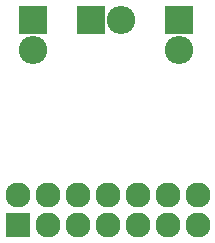
<source format=gbr>
G04 #@! TF.GenerationSoftware,KiCad,Pcbnew,no-vcs-found-7664~57~ubuntu16.10.1*
G04 #@! TF.CreationDate,2017-02-22T20:40:57+01:00*
G04 #@! TF.ProjectId,MysXLedDimmer,4D7973584C656444696D6D65722E6B69,rev?*
G04 #@! TF.FileFunction,Soldermask,Bot*
G04 #@! TF.FilePolarity,Negative*
%FSLAX46Y46*%
G04 Gerber Fmt 4.6, Leading zero omitted, Abs format (unit mm)*
G04 Created by KiCad (PCBNEW no-vcs-found-7664~57~ubuntu16.10.1) date Wed Feb 22 20:40:57 2017*
%MOMM*%
%LPD*%
G01*
G04 APERTURE LIST*
%ADD10C,0.100000*%
%ADD11O,2.127200X2.127200*%
%ADD12R,2.127200X2.127200*%
%ADD13O,2.398980X2.398980*%
%ADD14R,2.398980X2.398980*%
G04 APERTURE END LIST*
D10*
D11*
X145453100Y-121653300D03*
X145453100Y-124193300D03*
X142913100Y-121653300D03*
X142913100Y-124193300D03*
X140373100Y-121653300D03*
X140373100Y-124193300D03*
X137833100Y-121653300D03*
D12*
X137833100Y-124193300D03*
D11*
X147993100Y-124193300D03*
X147993100Y-121653300D03*
X150533100Y-124193300D03*
X150533100Y-121653300D03*
X153073100Y-124193300D03*
X153073100Y-121653300D03*
D13*
X139115800Y-109410500D03*
D14*
X139115800Y-106870500D03*
D13*
X146558000Y-106870500D03*
D14*
X144018000Y-106870500D03*
D13*
X151485600Y-109397800D03*
D14*
X151485600Y-106857800D03*
M02*

</source>
